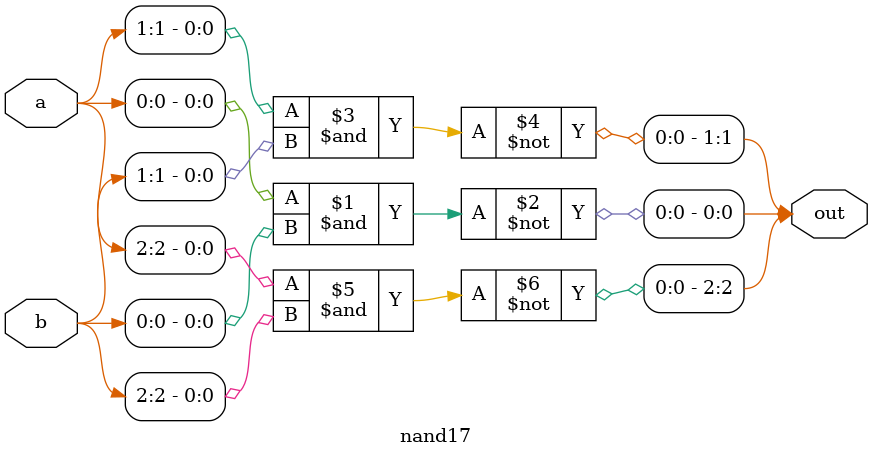
<source format=v>
module nand17 (
    input wire [2:0] a,
    input wire [2:0] b,
    output wire [2:0] out
);

assign out = ( { ~(a[2] & b[2]), ~(a[1] & b[1]), ~(a[0] & b[0])} );

endmodule

</source>
